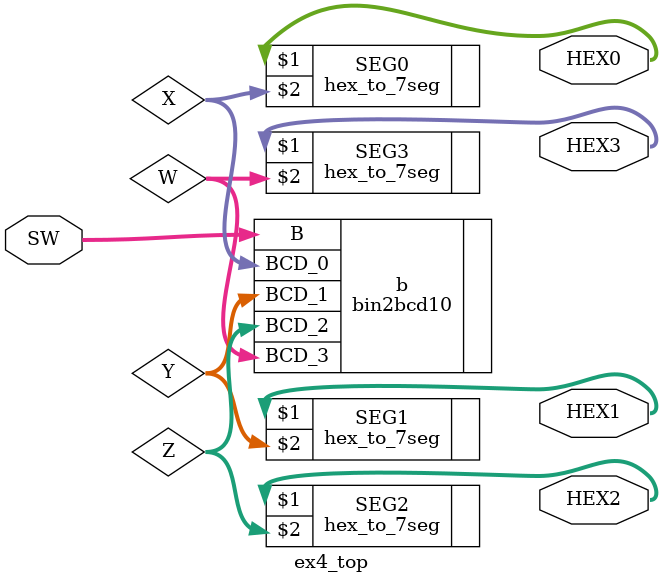
<source format=v>
module ex4_top(
	SW,
	HEX0,
	HEX1,
	HEX2,
	HEX3
);

	input [9:0] SW;
	output [6:0] HEX0, HEX1, HEX2, HEX3;

	wire [3:0] X, Y, Z, W;
	
	bin2bcd10 b(
		.B (SW),
		.BCD_0 (X),
		.BCD_1 (Y),
		.BCD_2 (Z),
		.BCD_3 (W)
	);
	
	hex_to_7seg SEG0(HEX0, X);
	hex_to_7seg SEG1(HEX1, Y);
	hex_to_7seg SEG2(HEX2, Z);
	hex_to_7seg SEG3(HEX3, W);

//	hex_to_7seg SEG0(HEX0, SW[3:0]);
//	hex_to_7seg SEG1(HEX1, SW[7:4]);
//	hex_to_7seg SEG2(HEX2, {2'b0, SW[9:8]});
//	hex_to_7seg SEG3(HEX3, 4'b0);
	
endmodule
</source>
